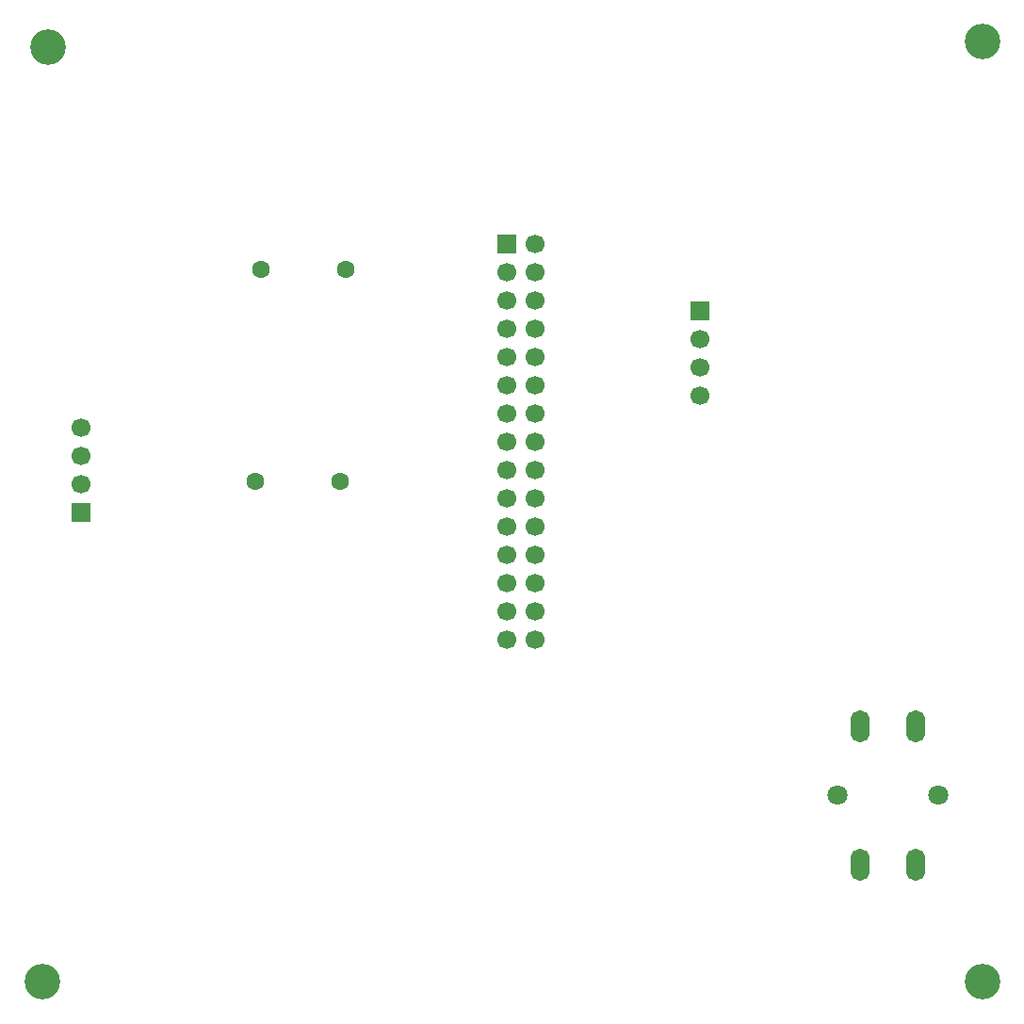
<source format=gbs>
G04 #@! TF.GenerationSoftware,KiCad,Pcbnew,9.0.2*
G04 #@! TF.CreationDate,2025-07-09T17:10:01-04:00*
G04 #@! TF.ProjectId,Temperature Sensor PCB,54656d70-6572-4617-9475-72652053656e,rev?*
G04 #@! TF.SameCoordinates,Original*
G04 #@! TF.FileFunction,Soldermask,Bot*
G04 #@! TF.FilePolarity,Negative*
%FSLAX46Y46*%
G04 Gerber Fmt 4.6, Leading zero omitted, Abs format (unit mm)*
G04 Created by KiCad (PCBNEW 9.0.2) date 2025-07-09 17:10:01*
%MOMM*%
%LPD*%
G01*
G04 APERTURE LIST*
%ADD10C,3.200000*%
%ADD11R,1.700000X1.700000*%
%ADD12C,1.700000*%
%ADD13C,1.600000*%
%ADD14C,1.800000*%
%ADD15O,1.700000X2.900000*%
G04 APERTURE END LIST*
D10*
X122500000Y-156000000D03*
X38000000Y-156000000D03*
X122500000Y-71500000D03*
X38500000Y-72000000D03*
D11*
X97115000Y-95690000D03*
D12*
X97115000Y-98230000D03*
X97115000Y-100770000D03*
X97115000Y-103310000D03*
D11*
X79725000Y-89720000D03*
D12*
X82265000Y-89720000D03*
X79725000Y-92260000D03*
X82265000Y-92260000D03*
X79725000Y-94800000D03*
X82265000Y-94800000D03*
X79725000Y-97340000D03*
X82265000Y-97340000D03*
X79725000Y-99880000D03*
X82265000Y-99880000D03*
X79725000Y-102420000D03*
X82265000Y-102420000D03*
X79725000Y-104960000D03*
X82265000Y-104960000D03*
X79725000Y-107500000D03*
X82265000Y-107500000D03*
X79725000Y-110040000D03*
X82265000Y-110040000D03*
X79725000Y-112580000D03*
X82265000Y-112580000D03*
X79725000Y-115120000D03*
X82265000Y-115120000D03*
X79725000Y-117660000D03*
X82265000Y-117660000D03*
X79725000Y-120200000D03*
X82265000Y-120200000D03*
X79725000Y-122740000D03*
X82265000Y-122740000D03*
X79725000Y-125280000D03*
X82265000Y-125280000D03*
D13*
X57190000Y-111000000D03*
X64810000Y-111000000D03*
D11*
X41500000Y-113810000D03*
D12*
X41500000Y-111270000D03*
X41500000Y-108730000D03*
X41500000Y-106190000D03*
D14*
X109500000Y-139250000D03*
X118500000Y-139250000D03*
D15*
X111500000Y-145500000D03*
X111500000Y-133000000D03*
X116500000Y-145500000D03*
X116500000Y-133000000D03*
D13*
X57690000Y-92000000D03*
X65310000Y-92000000D03*
M02*

</source>
